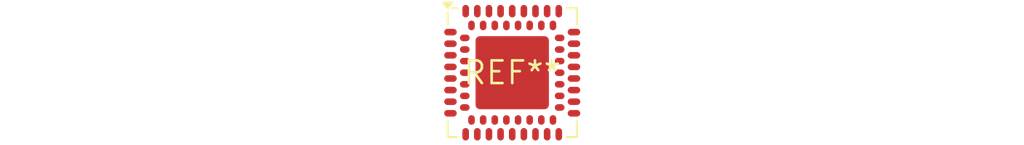
<source format=kicad_pcb>
(kicad_pcb (version 20240108) (generator pcbnew)
  (layers (0 "F.Cu" signal) (31 "B.Cu" signal) (34 "B.Paste" user) (35 "F.Paste" user) (36 "B.SilkS" user "B.Silkscreen") (37 "F.SilkS" user "F.Silkscreen") (38 "B.Mask" user) (39 "F.Mask" user) (44 "Edge.Cuts" user))
  (net 0 "")
  (footprint "Microchip_DRQFN-64-1EP_7x7mm_P0.65mm_EP4.1x4.1mm" (layer "F.Cu") (at 0 0)
    (property "Reference" "REF**")
    (property "Value" "Microchip_DRQFN-64-1EP_7x7mm_P0.65mm_EP4.1x4.1mm")
    (fp_line (start -3.61 -3.38) (end -3.61 -2.72) (layer "F.SilkS") (stroke (width 0.12)))
    (fp_line (start -3.61 3.61) (end -3.61 2.72) (layer "F.SilkS") (stroke (width 0.12)))
    (fp_line (start -3.045 -3.61) (end -3.35 -3.61) (layer "F.SilkS") (stroke (width 0.12)))
    (fp_line (start -3.045 3.61) (end -3.61 3.61) (layer "F.SilkS") (stroke (width 0.12)))
    (fp_line (start 3.045 -3.61) (end 3.61 -3.61) (layer "F.SilkS") (stroke (width 0.12)))
    (fp_line (start 3.61 -3.61) (end 3.61 -2.72) (layer "F.SilkS") (stroke (width 0.12)))
    (fp_line (start 3.61 2.72) (end 3.61 3.61) (layer "F.SilkS") (stroke (width 0.12)))
    (fp_line (start 3.61 3.61) (end 3.045 3.61) (layer "F.SilkS") (stroke (width 0.12)))
    (fp_poly (pts (xy -3.61 -3.61) (xy -3.85 -3.94) (xy -3.37 -3.94) (xy -3.61 -3.61)) (layer "F.SilkS") (stroke (width 0.12)) (fill solid))
    (pad "A1" smd oval (at -3.45 -2.275) (size 0.7 0.37) (layers "F.Cu" "F.Paste" "F.Mask"))
    (pad "A2" smd oval (at -3.45 -1.625) (size 0.7 0.37) (layers "F.Cu" "F.Paste" "F.Mask"))
    (pad "A3" smd oval (at -3.45 -0.975) (size 0.7 0.37) (layers "F.Cu" "F.Paste" "F.Mask"))
    (pad "A4" smd oval (at -3.45 -0.325) (size 0.7 0.37) (layers "F.Cu" "F.Paste" "F.Mask"))
    (pad "A5" smd oval (at -3.45 0.325) (size 0.7 0.37) (layers "F.Cu" "F.Paste" "F.Mask"))
    (pad "A6" smd oval (at -3.45 0.975) (size 0.7 0.37) (layers "F.Cu" "F.Paste" "F.Mask"))
    (pad "A7" smd oval (at -3.45 1.625) (size 0.7 0.37) (layers "F.Cu" "F.Paste" "F.Mask"))
    (pad "A8" smd oval (at -3.45 2.275) (size 0.7 0.37) (layers "F.Cu" "F.Paste" "F.Mask"))
    (pad "A9" smd oval (at -2.6 3.45) (size 0.37 0.7) (layers "F.Cu" "F.Paste" "F.Mask"))
    (pad "A10" smd oval (at -1.95 3.45) (size 0.37 0.7) (layers "F.Cu" "F.Paste" "F.Mask"))
    (pad "A11" smd oval (at -1.3 3.45) (size 0.37 0.7) (layers "F.Cu" "F.Paste" "F.Mask"))
    (pad "A12" smd oval (at -0.65 3.45) (size 0.37 0.7) (layers "F.Cu" "F.Paste" "F.Mask"))
    (pad "A13" smd oval (at 0 3.45) (size 0.37 0.7) (layers "F.Cu" "F.Paste" "F.Mask"))
    (pad "A14" smd oval (at 0.65 3.45) (size 0.37 0.7) (layers "F.Cu" "F.Paste" "F.Mask"))
    (pad "A15" smd oval (at 1.3 3.45) (size 0.37 0.7) (layers "F.Cu" "F.Paste" "F.Mask"))
    (pad "A16" smd oval (at 1.95 3.45) (size 0.37 0.7) (layers "F.Cu" "F.Paste" "F.Mask"))
    (pad "A17" smd oval (at 2.6 3.45) (size 0.37 0.7) (layers "F.Cu" "F.Paste" "F.Mask"))
    (pad "A18" smd oval (at 3.45 2.275) (size 0.7 0.37) (layers "F.Cu" "F.Paste" "F.Mask"))
    (pad "A19" smd oval (at 3.45 1.625) (size 0.7 0.37) (layers "F.Cu" "F.Paste" "F.Mask"))
    (pad "A20" smd oval (at 3.45 0.975) (size 0.7 0.37) (layers "F.Cu" "F.Paste" "F.Mask"))
    (pad "A21" smd oval (at 3.45 0.325) (size 0.7 0.37) (layers "F.Cu" "F.Paste" "F.Mask"))
    (pad "A22" smd oval (at 3.45 -0.325) (size 0.7 0.37) (layers "F.Cu" "F.Paste" "F.Mask"))
    (pad "A23" smd oval (at 3.45 -0.975) (size 0.7 0.37) (layers "F.Cu" "F.Paste" "F.Mask"))
    (pad "A24" smd oval (at 3.45 -1.625) (size 0.7 0.37) (layers "F.Cu" "F.Paste" "F.Mask"))
    (pad "A25" smd oval (at 3.45 -2.275) (size 0.7 0.37) (layers "F.Cu" "F.Paste" "F.Mask"))
    (pad "A26" smd oval (at 2.6 -3.45) (size 0.37 0.7) (layers "F.Cu" "F.Paste" "F.Mask"))
    (pad "A27" smd oval (at 1.95 -3.45) (size 0.37 0.7) (layers "F.Cu" "F.Paste" "F.Mask"))
    (pad "A28" smd oval (at 1.3 -3.45) (size 0.37 0.7) (layers "F.Cu" "F.Paste" "F.Mask"))
    (pad "A29" smd oval (at 0.65 -3.45) (size 0.37 0.7) (layers "F.Cu" "F.Paste" "F.Mask"))
    (pad "A30" smd oval (at 0 -3.45) (size 0.37 0.7) (layers "F.Cu" "F.Paste" "F.Mask"))
    (pad "A31" smd oval (at -0.65 -3.45) (size 0.37 0.7) (layers "F.Cu" "F.Paste" "F.Mask"))
    (pad "A32" smd oval (at -1.3 -3.45) (size 0.37 0.7) (layers "F.Cu" "F.Paste" "F.Mask"))
    (pad "A33" smd oval (at -1.95 -3.45) (size 0.37 0.7) (layers "F.Cu" "F.Paste" "F.Mask"))
    (pad "A34" smd oval (at -2.6 -3.45) (size 0.37 0.7) (layers "F.Cu" "F.Paste" "F.Mask"))
    (pad "B1" smd oval (at -2.65 -1.95) (size 0.54 0.37) (layers "F.Cu" "F.Paste" "F.Mask"))
    (pad "B2" smd oval (at -2.65 -1.3) (size 0.54 0.37) (layers "F.Cu" "F.Paste" "F.Mask"))
    (pad "B3" smd oval (at -2.65 -0.65) (size 0.54 0.37) (layers "F.Cu" "F.Paste" "F.Mask"))
    (pad "B4" smd oval (at -2.65 0) (size 0.54 0.37) (layers "F.Cu" "F.Paste" "F.Mask"))
    (pad "B5" smd oval (at -2.65 0.65) (size 0.54 0.37) (layers "F.Cu" "F.Paste" "F.Mask"))
    (pad "B6" smd oval (at -2.65 1.3) (size 0.54 0.37) (layers "F.Cu" "F.Paste" "F.Mask"))
    (pad "B7" smd oval (at -2.65 1.95) (size 0.54 0.37) (layers "F.Cu" "F.Paste" "F.Mask"))
    (pad "B8" smd oval (at -2.275 2.65) (size 0.37 0.54) (layers "F.Cu" "F.Paste" "F.Mask"))
    (pad "B9" smd oval (at -1.625 2.65) (size 0.37 0.54) (layers "F.Cu" "F.Paste" "F.Mask"))
    (pad "B10" smd oval (at -0.975 2.65) (size 0.37 0.54) (layers "F.Cu" "F.Paste" "F.Mask"))
    (pad "B11" smd oval (at -0.325 2.65) (size 0.37 0.54) (layers "F.Cu" "F.Paste" "F.Mask"))
    (pad "B12" smd oval (at 0.325 2.65) (size 0.37 0.54) (layers "F.Cu" "F.Paste" "F.Mask"))
    (pad "B13" smd oval (at 0.975 2.65) (size 0.37 0.54) (layers "F.Cu" "F.Paste" "F.Mask"))
    (pad "B14" smd oval (at 1.625 2.65) (size 0.37 0.54) (layers "F.Cu" "F.Paste" "F.Mask"))
    (pad "B15" smd oval (at 2.275 2.65) (size 0.37 0.54) (layers "F.Cu" "F.Paste" "F.Mask"))
    (pad "B16" smd oval (at 2.65 1.95) (size 0.54 0.37) (layers "F.Cu" "F.Paste" "F.Mask"))
    (pad "B17" smd oval (at 2.65 1.3) (size 0.54 0.37) (layers "F.Cu" "F.Paste" "F.Mask"))
    (pad "B18" smd oval (at 2.65 0.65) (size 0.54 0.37) (layers "F.Cu" "F.Paste" "F.Mask"))
    (pad "B19" smd oval (at 2.65 0) (size 0.54 0.37) (layers "F.Cu" "F.Paste" "F.Mask"))
    (pad "B20" smd oval (at 2.65 -0.65) (size 0.54 0.37) (layers "F.Cu" "F.Paste" "F.Mask"))
    (pad "B21" smd oval (at 2.65 -1.3) (size 0.54 0.37) (layers "F.Cu" "F.Paste" "F.Mask"))
    (pad "B22" smd oval (at 2.65 -1.95) (size 0.54 0.37) (layers "F.Cu" "F.Paste" "F.Mask"))
    (pad "B23" smd oval (at 2.275 -2.65) (size 0.37 0.54) (layers "F.Cu" "F.Paste" "F.Mask"))
    (pad "B24" smd oval (at 1.625 -2.65) (size 0.37 0.54) (layers "F.Cu" "F.Paste" "F.Mask"))
    (pad "B25" smd oval (at 0.975 -2.65) (size 0.37 0.54) (layers "F.Cu" "F.Paste" "F.Mask"))
    (pad "B26" smd oval (at 0.325 -2.65) (size 0.37 0.54) (layers "F.Cu" "F.Paste" "F.Mask"))
    (pad "B27" smd oval (at -0.325 -2.65) (size 0.37 0.54) (layers "F.Cu" "F.Paste" "F.Mask"))
    (pad "B28" smd oval (at -0.975 -2.65) (size 0.37 0.54) (layers "F.Cu" "F.Paste" "F.Mask"))
    (pad "B29" smd oval (at -1.625 -2.65) (size 0.37 0.54) (layers "F.Cu" "F.Paste" "F.Mask"))
    (pad "B30" smd oval (at -2.275 -2.65) (size 0.37 0.54) (layers "F.Cu" "F.Paste" "F.Mask"))
    (pad "EP" smd roundrect (at 0 0) (size 4.1 4.1) (layers "F.Cu" "F.Mask") (roundrect_rratio 0.06))
  )
)
</source>
